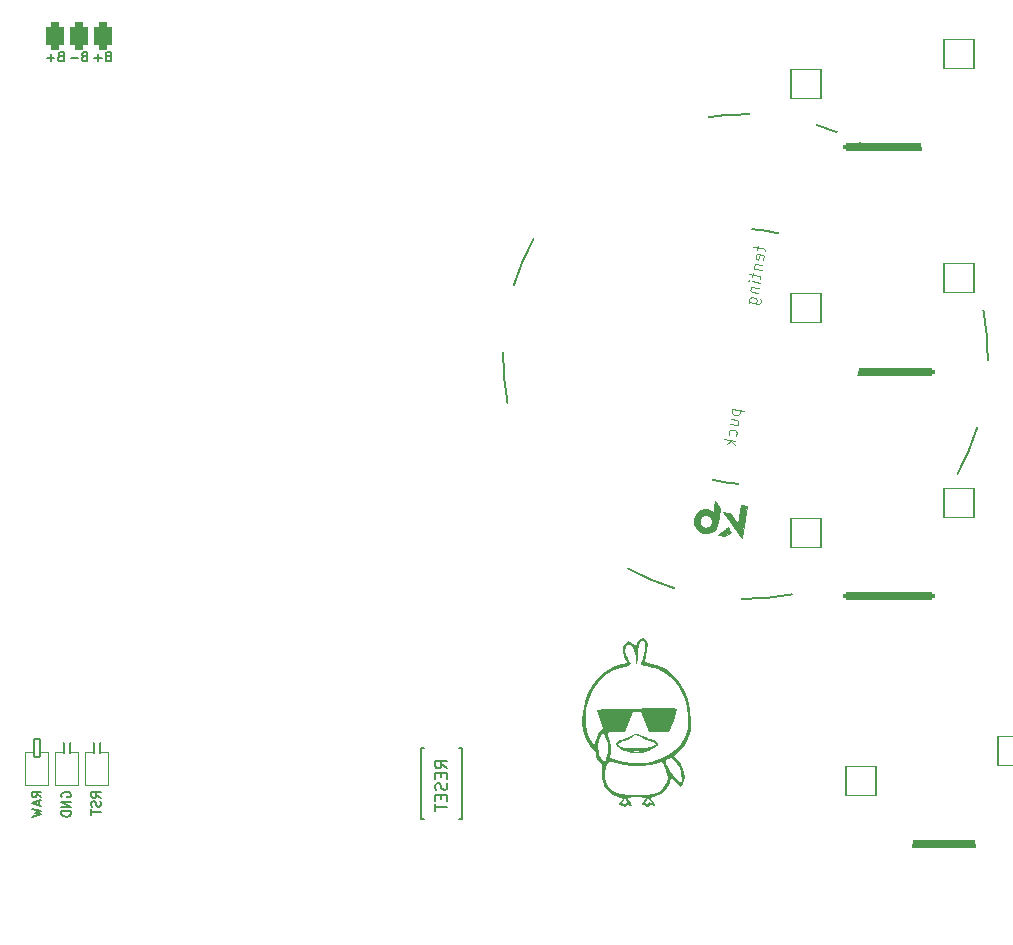
<source format=gbr>
%TF.GenerationSoftware,KiCad,Pcbnew,7.0.2*%
%TF.CreationDate,2023-09-29T14:26:07+02:00*%
%TF.ProjectId,wizza,77697a7a-612e-46b6-9963-61645f706362,v1.0.0*%
%TF.SameCoordinates,Original*%
%TF.FileFunction,Legend,Bot*%
%TF.FilePolarity,Positive*%
%FSLAX46Y46*%
G04 Gerber Fmt 4.6, Leading zero omitted, Abs format (unit mm)*
G04 Created by KiCad (PCBNEW 7.0.2) date 2023-09-29 14:26:07*
%MOMM*%
%LPD*%
G01*
G04 APERTURE LIST*
G04 Aperture macros list*
%AMRoundRect*
0 Rectangle with rounded corners*
0 $1 Rounding radius*
0 $2 $3 $4 $5 $6 $7 $8 $9 X,Y pos of 4 corners*
0 Add a 4 corners polygon primitive as box body*
4,1,4,$2,$3,$4,$5,$6,$7,$8,$9,$2,$3,0*
0 Add four circle primitives for the rounded corners*
1,1,$1+$1,$2,$3*
1,1,$1+$1,$4,$5*
1,1,$1+$1,$6,$7*
1,1,$1+$1,$8,$9*
0 Add four rect primitives between the rounded corners*
20,1,$1+$1,$2,$3,$4,$5,0*
20,1,$1+$1,$4,$5,$6,$7,0*
20,1,$1+$1,$6,$7,$8,$9,0*
20,1,$1+$1,$8,$9,$2,$3,0*%
%AMFreePoly0*
4,1,16,0.685355,0.785355,0.700000,0.750000,0.691603,0.722265,0.210093,0.000000,0.691603,-0.722265,0.699029,-0.759806,0.677735,-0.791603,0.650000,-0.800000,-0.500000,-0.800000,-0.535355,-0.785355,-0.550000,-0.750000,-0.550000,0.750000,-0.535355,0.785355,-0.500000,0.800000,0.650000,0.800000,0.685355,0.785355,0.685355,0.785355,$1*%
%AMFreePoly1*
4,1,16,0.535355,0.785355,0.550000,0.750000,0.550000,-0.750000,0.535355,-0.785355,0.500000,-0.800000,-0.500000,-0.800000,-0.535355,-0.785355,-0.541603,-0.777735,-1.041603,-0.027735,-1.049029,0.009806,-1.041603,0.027735,-0.541603,0.777735,-0.509806,0.799029,-0.500000,0.800000,0.500000,0.800000,0.535355,0.785355,0.535355,0.785355,$1*%
G04 Aperture macros list end*
%ADD10C,0.150000*%
%ADD11C,0.100000*%
%ADD12C,0.120000*%
%ADD13C,0.200000*%
%ADD14C,0.010000*%
%ADD15C,1.752600*%
%ADD16RoundRect,0.375000X-0.375000X-0.750000X0.375000X-0.750000X0.375000X0.750000X-0.375000X0.750000X0*%
%ADD17O,2.300000X3.600000*%
%ADD18RoundRect,0.050000X0.750000X1.250000X-0.750000X1.250000X-0.750000X-1.250000X0.750000X-1.250000X0*%
%ADD19O,1.600000X2.600000*%
%ADD20C,1.701800*%
%ADD21C,3.987800*%
%ADD22C,3.000000*%
%ADD23C,2.386000*%
%ADD24RoundRect,0.050000X-1.161204X-1.356367X1.379093X-1.134120X1.161204X1.356367X-1.379093X1.134120X0*%
%ADD25RoundRect,0.197609X3.635590X0.466246X-3.661319X-0.172151X-3.635590X-0.466246X3.661319X0.172151X0*%
%ADD26RoundRect,0.050000X-1.038570X-1.452411X1.472690X-1.009608X1.038570X1.452411X-1.472690X1.009608X0*%
%ADD27RoundRect,0.197609X3.581119X0.781334X-3.632383X-0.490601X-3.581119X-0.781334X3.632383X0.490601X0*%
%ADD28RoundRect,0.050000X-0.250000X-0.762000X0.250000X-0.762000X0.250000X0.762000X-0.250000X0.762000X0*%
%ADD29C,1.852600*%
%ADD30FreePoly0,270.000000*%
%ADD31FreePoly1,270.000000*%
%ADD32C,4.500000*%
%ADD33RoundRect,0.050000X-0.853824X-1.568155X1.584753X-0.822607X0.853824X1.568155X-1.584753X0.822607X0*%
%ADD34RoundRect,0.197609X3.459205X1.211939X-3.545519X-0.929620X-3.459205X-1.211939X3.545519X0.929620X0*%
%ADD35C,5.100000*%
%ADD36RoundRect,0.050000X-1.275000X-1.250000X1.275000X-1.250000X1.275000X1.250000X-1.275000X1.250000X0*%
%ADD37RoundRect,0.197609X3.662391X0.147609X-3.662391X0.147609X-3.662391X-0.147609X3.662391X-0.147609X0*%
%ADD38RoundRect,0.425000X-0.375000X-0.750000X0.375000X-0.750000X0.375000X0.750000X-0.375000X0.750000X0*%
%ADD39C,2.100000*%
G04 APERTURE END LIST*
D10*
%TO.C,MCU1*%
X204324036Y-135886679D02*
X203943083Y-135620012D01*
X204324036Y-135429536D02*
X203524036Y-135429536D01*
X203524036Y-135429536D02*
X203524036Y-135734298D01*
X203524036Y-135734298D02*
X203562131Y-135810488D01*
X203562131Y-135810488D02*
X203600226Y-135848583D01*
X203600226Y-135848583D02*
X203676417Y-135886679D01*
X203676417Y-135886679D02*
X203790702Y-135886679D01*
X203790702Y-135886679D02*
X203866893Y-135848583D01*
X203866893Y-135848583D02*
X203904988Y-135810488D01*
X203904988Y-135810488D02*
X203943083Y-135734298D01*
X203943083Y-135734298D02*
X203943083Y-135429536D01*
X204285941Y-136191440D02*
X204324036Y-136305726D01*
X204324036Y-136305726D02*
X204324036Y-136496202D01*
X204324036Y-136496202D02*
X204285941Y-136572393D01*
X204285941Y-136572393D02*
X204247845Y-136610488D01*
X204247845Y-136610488D02*
X204171655Y-136648583D01*
X204171655Y-136648583D02*
X204095464Y-136648583D01*
X204095464Y-136648583D02*
X204019274Y-136610488D01*
X204019274Y-136610488D02*
X203981179Y-136572393D01*
X203981179Y-136572393D02*
X203943083Y-136496202D01*
X203943083Y-136496202D02*
X203904988Y-136343821D01*
X203904988Y-136343821D02*
X203866893Y-136267631D01*
X203866893Y-136267631D02*
X203828798Y-136229536D01*
X203828798Y-136229536D02*
X203752607Y-136191440D01*
X203752607Y-136191440D02*
X203676417Y-136191440D01*
X203676417Y-136191440D02*
X203600226Y-136229536D01*
X203600226Y-136229536D02*
X203562131Y-136267631D01*
X203562131Y-136267631D02*
X203524036Y-136343821D01*
X203524036Y-136343821D02*
X203524036Y-136534298D01*
X203524036Y-136534298D02*
X203562131Y-136648583D01*
X203524036Y-136877155D02*
X203524036Y-137334298D01*
X204324036Y-137105726D02*
X203524036Y-137105726D01*
X199286468Y-135849415D02*
X198905515Y-135582748D01*
X199286468Y-135392272D02*
X198486468Y-135392272D01*
X198486468Y-135392272D02*
X198486468Y-135697034D01*
X198486468Y-135697034D02*
X198524563Y-135773224D01*
X198524563Y-135773224D02*
X198562658Y-135811319D01*
X198562658Y-135811319D02*
X198638849Y-135849415D01*
X198638849Y-135849415D02*
X198753134Y-135849415D01*
X198753134Y-135849415D02*
X198829325Y-135811319D01*
X198829325Y-135811319D02*
X198867420Y-135773224D01*
X198867420Y-135773224D02*
X198905515Y-135697034D01*
X198905515Y-135697034D02*
X198905515Y-135392272D01*
X199057896Y-136154176D02*
X199057896Y-136535129D01*
X199286468Y-136077986D02*
X198486468Y-136344653D01*
X198486468Y-136344653D02*
X199286468Y-136611319D01*
X198486468Y-136801795D02*
X199286468Y-136992271D01*
X199286468Y-136992271D02*
X198715039Y-137144652D01*
X198715039Y-137144652D02*
X199286468Y-137297033D01*
X199286468Y-137297033D02*
X198486468Y-137487510D01*
X201022131Y-135829535D02*
X200984036Y-135753345D01*
X200984036Y-135753345D02*
X200984036Y-135639059D01*
X200984036Y-135639059D02*
X201022131Y-135524773D01*
X201022131Y-135524773D02*
X201098321Y-135448583D01*
X201098321Y-135448583D02*
X201174512Y-135410488D01*
X201174512Y-135410488D02*
X201326893Y-135372392D01*
X201326893Y-135372392D02*
X201441179Y-135372392D01*
X201441179Y-135372392D02*
X201593560Y-135410488D01*
X201593560Y-135410488D02*
X201669750Y-135448583D01*
X201669750Y-135448583D02*
X201745941Y-135524773D01*
X201745941Y-135524773D02*
X201784036Y-135639059D01*
X201784036Y-135639059D02*
X201784036Y-135715250D01*
X201784036Y-135715250D02*
X201745941Y-135829535D01*
X201745941Y-135829535D02*
X201707845Y-135867631D01*
X201707845Y-135867631D02*
X201441179Y-135867631D01*
X201441179Y-135867631D02*
X201441179Y-135715250D01*
X201784036Y-136210488D02*
X200984036Y-136210488D01*
X200984036Y-136210488D02*
X201784036Y-136667631D01*
X201784036Y-136667631D02*
X200984036Y-136667631D01*
X201784036Y-137048583D02*
X200984036Y-137048583D01*
X200984036Y-137048583D02*
X200984036Y-137239059D01*
X200984036Y-137239059D02*
X201022131Y-137353345D01*
X201022131Y-137353345D02*
X201098321Y-137429535D01*
X201098321Y-137429535D02*
X201174512Y-137467630D01*
X201174512Y-137467630D02*
X201326893Y-137505726D01*
X201326893Y-137505726D02*
X201441179Y-137505726D01*
X201441179Y-137505726D02*
X201593560Y-137467630D01*
X201593560Y-137467630D02*
X201669750Y-137429535D01*
X201669750Y-137429535D02*
X201745941Y-137353345D01*
X201745941Y-137353345D02*
X201784036Y-137239059D01*
X201784036Y-137239059D02*
X201784036Y-137048583D01*
D11*
%TO.C,*%
X257795194Y-102947513D02*
X258782882Y-103103948D01*
X257842226Y-102954962D02*
X257780295Y-103041579D01*
X257780295Y-103041579D02*
X257750498Y-103229710D01*
X257750498Y-103229710D02*
X257782632Y-103331225D01*
X257782632Y-103331225D02*
X257822216Y-103385707D01*
X257822216Y-103385707D02*
X257908832Y-103447638D01*
X257908832Y-103447638D02*
X258191029Y-103492334D01*
X258191029Y-103492334D02*
X258292544Y-103460199D01*
X258292544Y-103460199D02*
X258347026Y-103420616D01*
X258347026Y-103420616D02*
X258408957Y-103333999D01*
X258408957Y-103333999D02*
X258438754Y-103145868D01*
X258438754Y-103145868D02*
X258406620Y-103044354D01*
X257586614Y-104264431D02*
X258245073Y-104368721D01*
X257653658Y-103841136D02*
X258171018Y-103923078D01*
X258171018Y-103923078D02*
X258257635Y-103985009D01*
X258257635Y-103985009D02*
X258289769Y-104086524D01*
X258289769Y-104086524D02*
X258267421Y-104227622D01*
X258267421Y-104227622D02*
X258205490Y-104314239D01*
X258205490Y-104314239D02*
X258151008Y-104353822D01*
X258056505Y-105254894D02*
X258118436Y-105168278D01*
X258118436Y-105168278D02*
X258148233Y-104980147D01*
X258148233Y-104980147D02*
X258116099Y-104878632D01*
X258116099Y-104878632D02*
X258076515Y-104824150D01*
X258076515Y-104824150D02*
X257989899Y-104762219D01*
X257989899Y-104762219D02*
X257707702Y-104717523D01*
X257707702Y-104717523D02*
X257606187Y-104749657D01*
X257606187Y-104749657D02*
X257551705Y-104789241D01*
X257551705Y-104789241D02*
X257489774Y-104875857D01*
X257489774Y-104875857D02*
X257459977Y-105063988D01*
X257459977Y-105063988D02*
X257492111Y-105165503D01*
X258036494Y-105685639D02*
X257048806Y-105529204D01*
X257645333Y-105720110D02*
X257976900Y-106061901D01*
X257318441Y-105957611D02*
X257754297Y-105640943D01*
X259915362Y-89155377D02*
X259855768Y-89531639D01*
X259563785Y-89244330D02*
X260410375Y-89378417D01*
X260410375Y-89378417D02*
X260496991Y-89440348D01*
X260496991Y-89440348D02*
X260529126Y-89541863D01*
X260529126Y-89541863D02*
X260514227Y-89635929D01*
X260355455Y-90333971D02*
X260417387Y-90247355D01*
X260417387Y-90247355D02*
X260447184Y-90059224D01*
X260447184Y-90059224D02*
X260415049Y-89957709D01*
X260415049Y-89957709D02*
X260328433Y-89895778D01*
X260328433Y-89895778D02*
X259952171Y-89836184D01*
X259952171Y-89836184D02*
X259850656Y-89868318D01*
X259850656Y-89868318D02*
X259788725Y-89954934D01*
X259788725Y-89954934D02*
X259758928Y-90143065D01*
X259758928Y-90143065D02*
X259791062Y-90244580D01*
X259791062Y-90244580D02*
X259877678Y-90306512D01*
X259877678Y-90306512D02*
X259971744Y-90321410D01*
X259971744Y-90321410D02*
X260140302Y-89865981D01*
X259669537Y-90707459D02*
X260327995Y-90811749D01*
X259763602Y-90722357D02*
X259709120Y-90761941D01*
X259709120Y-90761941D02*
X259647189Y-90848557D01*
X259647189Y-90848557D02*
X259624841Y-90989656D01*
X259624841Y-90989656D02*
X259656975Y-91091170D01*
X259656975Y-91091170D02*
X259743592Y-91153102D01*
X259743592Y-91153102D02*
X260260952Y-91235044D01*
X259550348Y-91459983D02*
X259490754Y-91836246D01*
X259198771Y-91548937D02*
X260045361Y-91683024D01*
X260045361Y-91683024D02*
X260131977Y-91744955D01*
X260131977Y-91744955D02*
X260164112Y-91846470D01*
X260164112Y-91846470D02*
X260149213Y-91940535D01*
X260097068Y-92269765D02*
X259438609Y-92165476D01*
X259109380Y-92113331D02*
X259163862Y-92073747D01*
X259163862Y-92073747D02*
X259203445Y-92128229D01*
X259203445Y-92128229D02*
X259148963Y-92167813D01*
X259148963Y-92167813D02*
X259109380Y-92113331D01*
X259109380Y-92113331D02*
X259203445Y-92128229D01*
X259364117Y-92635803D02*
X260022576Y-92740092D01*
X259458182Y-92650701D02*
X259403700Y-92690285D01*
X259403700Y-92690285D02*
X259341769Y-92776901D01*
X259341769Y-92776901D02*
X259319421Y-92918000D01*
X259319421Y-92918000D02*
X259351556Y-93019514D01*
X259351556Y-93019514D02*
X259438172Y-93081446D01*
X259438172Y-93081446D02*
X259955532Y-93163388D01*
X259155538Y-93952721D02*
X259955095Y-94079358D01*
X259955095Y-94079358D02*
X260056610Y-94047224D01*
X260056610Y-94047224D02*
X260111092Y-94007640D01*
X260111092Y-94007640D02*
X260173023Y-93921024D01*
X260173023Y-93921024D02*
X260195371Y-93779926D01*
X260195371Y-93779926D02*
X260163236Y-93678411D01*
X259766964Y-94049561D02*
X259828895Y-93962945D01*
X259828895Y-93962945D02*
X259858692Y-93774814D01*
X259858692Y-93774814D02*
X259826558Y-93673299D01*
X259826558Y-93673299D02*
X259786974Y-93618817D01*
X259786974Y-93618817D02*
X259700358Y-93556886D01*
X259700358Y-93556886D02*
X259418161Y-93512190D01*
X259418161Y-93512190D02*
X259316646Y-93544324D01*
X259316646Y-93544324D02*
X259262164Y-93583908D01*
X259262164Y-93583908D02*
X259200233Y-93670524D01*
X259200233Y-93670524D02*
X259170436Y-93858655D01*
X259170436Y-93858655D02*
X259202570Y-93960170D01*
D10*
%TO.C,PAD1*%
X204908095Y-73125047D02*
X204793809Y-73163142D01*
X204793809Y-73163142D02*
X204755714Y-73201238D01*
X204755714Y-73201238D02*
X204717618Y-73277428D01*
X204717618Y-73277428D02*
X204717618Y-73391714D01*
X204717618Y-73391714D02*
X204755714Y-73467904D01*
X204755714Y-73467904D02*
X204793809Y-73506000D01*
X204793809Y-73506000D02*
X204869999Y-73544095D01*
X204869999Y-73544095D02*
X205174761Y-73544095D01*
X205174761Y-73544095D02*
X205174761Y-72744095D01*
X205174761Y-72744095D02*
X204908095Y-72744095D01*
X204908095Y-72744095D02*
X204831904Y-72782190D01*
X204831904Y-72782190D02*
X204793809Y-72820285D01*
X204793809Y-72820285D02*
X204755714Y-72896476D01*
X204755714Y-72896476D02*
X204755714Y-72972666D01*
X204755714Y-72972666D02*
X204793809Y-73048857D01*
X204793809Y-73048857D02*
X204831904Y-73086952D01*
X204831904Y-73086952D02*
X204908095Y-73125047D01*
X204908095Y-73125047D02*
X205174761Y-73125047D01*
X204374761Y-73239333D02*
X203765238Y-73239333D01*
X204069999Y-73544095D02*
X204069999Y-72934571D01*
X200908095Y-73125047D02*
X200793809Y-73163142D01*
X200793809Y-73163142D02*
X200755714Y-73201238D01*
X200755714Y-73201238D02*
X200717618Y-73277428D01*
X200717618Y-73277428D02*
X200717618Y-73391714D01*
X200717618Y-73391714D02*
X200755714Y-73467904D01*
X200755714Y-73467904D02*
X200793809Y-73506000D01*
X200793809Y-73506000D02*
X200869999Y-73544095D01*
X200869999Y-73544095D02*
X201174761Y-73544095D01*
X201174761Y-73544095D02*
X201174761Y-72744095D01*
X201174761Y-72744095D02*
X200908095Y-72744095D01*
X200908095Y-72744095D02*
X200831904Y-72782190D01*
X200831904Y-72782190D02*
X200793809Y-72820285D01*
X200793809Y-72820285D02*
X200755714Y-72896476D01*
X200755714Y-72896476D02*
X200755714Y-72972666D01*
X200755714Y-72972666D02*
X200793809Y-73048857D01*
X200793809Y-73048857D02*
X200831904Y-73086952D01*
X200831904Y-73086952D02*
X200908095Y-73125047D01*
X200908095Y-73125047D02*
X201174761Y-73125047D01*
X200374761Y-73239333D02*
X199765238Y-73239333D01*
X200069999Y-73544095D02*
X200069999Y-72934571D01*
X202908095Y-73125047D02*
X202793809Y-73163142D01*
X202793809Y-73163142D02*
X202755714Y-73201238D01*
X202755714Y-73201238D02*
X202717618Y-73277428D01*
X202717618Y-73277428D02*
X202717618Y-73391714D01*
X202717618Y-73391714D02*
X202755714Y-73467904D01*
X202755714Y-73467904D02*
X202793809Y-73506000D01*
X202793809Y-73506000D02*
X202869999Y-73544095D01*
X202869999Y-73544095D02*
X203174761Y-73544095D01*
X203174761Y-73544095D02*
X203174761Y-72744095D01*
X203174761Y-72744095D02*
X202908095Y-72744095D01*
X202908095Y-72744095D02*
X202831904Y-72782190D01*
X202831904Y-72782190D02*
X202793809Y-72820285D01*
X202793809Y-72820285D02*
X202755714Y-72896476D01*
X202755714Y-72896476D02*
X202755714Y-72972666D01*
X202755714Y-72972666D02*
X202793809Y-73048857D01*
X202793809Y-73048857D02*
X202831904Y-73086952D01*
X202831904Y-73086952D02*
X202908095Y-73125047D01*
X202908095Y-73125047D02*
X203174761Y-73125047D01*
X202374761Y-73239333D02*
X201765238Y-73239333D01*
%TO.C,B1*%
X233634619Y-133378618D02*
X233158428Y-133045285D01*
X233634619Y-132807190D02*
X232634619Y-132807190D01*
X232634619Y-132807190D02*
X232634619Y-133188142D01*
X232634619Y-133188142D02*
X232682238Y-133283380D01*
X232682238Y-133283380D02*
X232729857Y-133330999D01*
X232729857Y-133330999D02*
X232825095Y-133378618D01*
X232825095Y-133378618D02*
X232967952Y-133378618D01*
X232967952Y-133378618D02*
X233063190Y-133330999D01*
X233063190Y-133330999D02*
X233110809Y-133283380D01*
X233110809Y-133283380D02*
X233158428Y-133188142D01*
X233158428Y-133188142D02*
X233158428Y-132807190D01*
X233110809Y-133807190D02*
X233110809Y-134140523D01*
X233634619Y-134283380D02*
X233634619Y-133807190D01*
X233634619Y-133807190D02*
X232634619Y-133807190D01*
X232634619Y-133807190D02*
X232634619Y-134283380D01*
X233587000Y-134664333D02*
X233634619Y-134807190D01*
X233634619Y-134807190D02*
X233634619Y-135045285D01*
X233634619Y-135045285D02*
X233587000Y-135140523D01*
X233587000Y-135140523D02*
X233539380Y-135188142D01*
X233539380Y-135188142D02*
X233444142Y-135235761D01*
X233444142Y-135235761D02*
X233348904Y-135235761D01*
X233348904Y-135235761D02*
X233253666Y-135188142D01*
X233253666Y-135188142D02*
X233206047Y-135140523D01*
X233206047Y-135140523D02*
X233158428Y-135045285D01*
X233158428Y-135045285D02*
X233110809Y-134854809D01*
X233110809Y-134854809D02*
X233063190Y-134759571D01*
X233063190Y-134759571D02*
X233015571Y-134711952D01*
X233015571Y-134711952D02*
X232920333Y-134664333D01*
X232920333Y-134664333D02*
X232825095Y-134664333D01*
X232825095Y-134664333D02*
X232729857Y-134711952D01*
X232729857Y-134711952D02*
X232682238Y-134759571D01*
X232682238Y-134759571D02*
X232634619Y-134854809D01*
X232634619Y-134854809D02*
X232634619Y-135092904D01*
X232634619Y-135092904D02*
X232682238Y-135235761D01*
X233110809Y-135664333D02*
X233110809Y-135997666D01*
X233634619Y-136140523D02*
X233634619Y-135664333D01*
X233634619Y-135664333D02*
X232634619Y-135664333D01*
X232634619Y-135664333D02*
X232634619Y-136140523D01*
X232634619Y-136426238D02*
X232634619Y-136997666D01*
X233634619Y-136711952D02*
X232634619Y-136711952D01*
D12*
%TO.C,MCU1*%
X200422000Y-131992523D02*
X200422000Y-134792523D01*
X204962000Y-131992523D02*
X204302000Y-131992523D01*
X202962000Y-134792523D02*
X204962000Y-134792523D01*
X199882000Y-134792523D02*
X199882000Y-131992523D01*
X199882000Y-131992523D02*
X199202000Y-131992523D01*
X203627000Y-131992523D02*
X202962000Y-131992523D01*
X197882000Y-131992523D02*
X197882000Y-134792523D01*
X200422000Y-134792523D02*
X202422000Y-134792523D01*
X204962000Y-134792523D02*
X204962000Y-131992523D01*
X201102000Y-131992523D02*
X200422000Y-131992523D01*
X202962000Y-131992523D02*
X202962000Y-134792523D01*
X197882000Y-134792523D02*
X199882000Y-134792523D01*
X202422000Y-131992523D02*
X201752000Y-131992523D01*
X202422000Y-134792523D02*
X202422000Y-131992523D01*
X198552000Y-131992523D02*
X197882000Y-131992523D01*
D13*
%TO.C,*%
X257205213Y-109194633D02*
G75*
G03*
X258328957Y-109312743I1688695J10661997D01*
G01*
X258537495Y-119049375D02*
G75*
G03*
X262798672Y-118677527I356428J20516838D01*
G01*
X238377086Y-98176108D02*
G75*
G03*
X238748934Y-102437286I20516837J-356429D01*
G01*
X276846312Y-108471320D02*
G75*
G03*
X278516738Y-104533605I-17952389J9938783D01*
G01*
X248955143Y-116484928D02*
G75*
G03*
X252892856Y-118155352I9938780J17952391D01*
G01*
X261687875Y-88105369D02*
G75*
G03*
X260582633Y-87870442I-2793936J-10427069D01*
G01*
X240941532Y-88593758D02*
G75*
G03*
X239271108Y-92531469I17952505J-9938828D01*
G01*
X260582633Y-87870441D02*
G75*
G03*
X259458890Y-87752331I-1688694J-10661997D01*
G01*
X256099972Y-108959706D02*
G75*
G03*
X257205213Y-109194633I2793951J10427169D01*
G01*
X268832707Y-80580149D02*
G75*
G03*
X264894991Y-78909723I-9938784J-17952388D01*
G01*
X279410761Y-98888966D02*
G75*
G03*
X279038913Y-94627786I-20516838J356429D01*
G01*
X259250352Y-78015700D02*
G75*
G03*
X254989174Y-78387548I-356429J-20516837D01*
G01*
D14*
X257400509Y-112993625D02*
X257411015Y-113005462D01*
X257432488Y-113032777D01*
X257462760Y-113072718D01*
X257499662Y-113122427D01*
X257541027Y-113179050D01*
X257674839Y-113363599D01*
X257635459Y-113395648D01*
X257631775Y-113398601D01*
X257606545Y-113418103D01*
X257567030Y-113448036D01*
X257516686Y-113485805D01*
X257458964Y-113528818D01*
X257397319Y-113574480D01*
X257198560Y-113721263D01*
X256586180Y-113624272D01*
X256619394Y-113595478D01*
X256622080Y-113593179D01*
X256646127Y-113573469D01*
X256684088Y-113543195D01*
X256733671Y-113504125D01*
X256792579Y-113458030D01*
X256858520Y-113406678D01*
X256929199Y-113351841D01*
X257002321Y-113295285D01*
X257075595Y-113238782D01*
X257146724Y-113184101D01*
X257213416Y-113133011D01*
X257273375Y-113087282D01*
X257324309Y-113048682D01*
X257363922Y-113018982D01*
X257389922Y-112999952D01*
X257400013Y-112993361D01*
X257400509Y-112993625D01*
G36*
X257400509Y-112993625D02*
G01*
X257411015Y-113005462D01*
X257432488Y-113032777D01*
X257462760Y-113072718D01*
X257499662Y-113122427D01*
X257541027Y-113179050D01*
X257674839Y-113363599D01*
X257635459Y-113395648D01*
X257631775Y-113398601D01*
X257606545Y-113418103D01*
X257567030Y-113448036D01*
X257516686Y-113485805D01*
X257458964Y-113528818D01*
X257397319Y-113574480D01*
X257198560Y-113721263D01*
X256586180Y-113624272D01*
X256619394Y-113595478D01*
X256622080Y-113593179D01*
X256646127Y-113573469D01*
X256684088Y-113543195D01*
X256733671Y-113504125D01*
X256792579Y-113458030D01*
X256858520Y-113406678D01*
X256929199Y-113351841D01*
X257002321Y-113295285D01*
X257075595Y-113238782D01*
X257146724Y-113184101D01*
X257213416Y-113133011D01*
X257273375Y-113087282D01*
X257324309Y-113048682D01*
X257363922Y-113018982D01*
X257389922Y-112999952D01*
X257400013Y-112993361D01*
X257400509Y-112993625D01*
G37*
X256748934Y-111355139D02*
X256640640Y-112038324D01*
X256638801Y-112049915D01*
X256615004Y-112198495D01*
X256592874Y-112333973D01*
X256572656Y-112454956D01*
X256554589Y-112560053D01*
X256538920Y-112647872D01*
X256535214Y-112667537D01*
X256525889Y-112717021D01*
X256515740Y-112766110D01*
X256508717Y-112793747D01*
X256492691Y-112838238D01*
X256435708Y-112957957D01*
X256361532Y-113073641D01*
X256274210Y-113179466D01*
X256177790Y-113269612D01*
X256168065Y-113277352D01*
X256045392Y-113359499D01*
X255911340Y-113423311D01*
X255769485Y-113467645D01*
X255623408Y-113491361D01*
X255476689Y-113493314D01*
X255376975Y-113482060D01*
X255232165Y-113447583D01*
X255095557Y-113393291D01*
X254969137Y-113320597D01*
X254854886Y-113230906D01*
X254754789Y-113125629D01*
X254670829Y-113006175D01*
X254604991Y-112873955D01*
X254565166Y-112759396D01*
X254534457Y-112613560D01*
X254528469Y-112507715D01*
X255018959Y-112507715D01*
X255019609Y-112550637D01*
X255026059Y-112590748D01*
X255039070Y-112637606D01*
X255054298Y-112678823D01*
X255086075Y-112743382D01*
X255124865Y-112805673D01*
X255166354Y-112859015D01*
X255206232Y-112896721D01*
X255220984Y-112906930D01*
X255258670Y-112930476D01*
X255298621Y-112953090D01*
X255367534Y-112983533D01*
X255468625Y-113008172D01*
X255570918Y-113011420D01*
X255671695Y-112993836D01*
X255768238Y-112955980D01*
X255857828Y-112898409D01*
X255937748Y-112821684D01*
X255974519Y-112772688D01*
X256019285Y-112684587D01*
X256044986Y-112589893D01*
X256052105Y-112491851D01*
X256041120Y-112393712D01*
X256012515Y-112298720D01*
X255966768Y-112210127D01*
X255904360Y-112131178D01*
X255825774Y-112065122D01*
X255812926Y-112056723D01*
X255720582Y-112011091D01*
X255622071Y-111985179D01*
X255520951Y-111978599D01*
X255420785Y-111990960D01*
X255325136Y-112021874D01*
X255237563Y-112070949D01*
X255161629Y-112137797D01*
X255139615Y-112163195D01*
X255081886Y-112248639D01*
X255043998Y-112341750D01*
X255023894Y-112447148D01*
X255023345Y-112452417D01*
X255018959Y-112507715D01*
X254528469Y-112507715D01*
X254526102Y-112465871D01*
X254539790Y-112313660D01*
X254557335Y-112225651D01*
X254603245Y-112080770D01*
X254667680Y-111947237D01*
X254749376Y-111826546D01*
X254847074Y-111720195D01*
X254959512Y-111629681D01*
X255085430Y-111556498D01*
X255223567Y-111502145D01*
X255297663Y-111480835D01*
X255376447Y-111463732D01*
X255450266Y-111455689D01*
X255527675Y-111455863D01*
X255617231Y-111463414D01*
X255634928Y-111465541D01*
X255771408Y-111493675D01*
X255895857Y-111541407D01*
X256008886Y-111609025D01*
X256111108Y-111696819D01*
X256132254Y-111717585D01*
X256154237Y-111737613D01*
X256165528Y-111745794D01*
X256167055Y-111741956D01*
X256172210Y-111718669D01*
X256180267Y-111676284D01*
X256190819Y-111617132D01*
X256203463Y-111543541D01*
X256217796Y-111457843D01*
X256233413Y-111362365D01*
X256249909Y-111259439D01*
X256327266Y-110771970D01*
X256748934Y-111355139D01*
G36*
X256748934Y-111355139D02*
G01*
X256640640Y-112038324D01*
X256638801Y-112049915D01*
X256615004Y-112198495D01*
X256592874Y-112333973D01*
X256572656Y-112454956D01*
X256554589Y-112560053D01*
X256538920Y-112647872D01*
X256535214Y-112667537D01*
X256525889Y-112717021D01*
X256515740Y-112766110D01*
X256508717Y-112793747D01*
X256492691Y-112838238D01*
X256435708Y-112957957D01*
X256361532Y-113073641D01*
X256274210Y-113179466D01*
X256177790Y-113269612D01*
X256168065Y-113277352D01*
X256045392Y-113359499D01*
X255911340Y-113423311D01*
X255769485Y-113467645D01*
X255623408Y-113491361D01*
X255476689Y-113493314D01*
X255376975Y-113482060D01*
X255232165Y-113447583D01*
X255095557Y-113393291D01*
X254969137Y-113320597D01*
X254854886Y-113230906D01*
X254754789Y-113125629D01*
X254670829Y-113006175D01*
X254604991Y-112873955D01*
X254565166Y-112759396D01*
X254534457Y-112613560D01*
X254528469Y-112507715D01*
X255018959Y-112507715D01*
X255019609Y-112550637D01*
X255026059Y-112590748D01*
X255039070Y-112637606D01*
X255054298Y-112678823D01*
X255086075Y-112743382D01*
X255124865Y-112805673D01*
X255166354Y-112859015D01*
X255206232Y-112896721D01*
X255220984Y-112906930D01*
X255258670Y-112930476D01*
X255298621Y-112953090D01*
X255367534Y-112983533D01*
X255468625Y-113008172D01*
X255570918Y-113011420D01*
X255671695Y-112993836D01*
X255768238Y-112955980D01*
X255857828Y-112898409D01*
X255937748Y-112821684D01*
X255974519Y-112772688D01*
X256019285Y-112684587D01*
X256044986Y-112589893D01*
X256052105Y-112491851D01*
X256041120Y-112393712D01*
X256012515Y-112298720D01*
X255966768Y-112210127D01*
X255904360Y-112131178D01*
X255825774Y-112065122D01*
X255812926Y-112056723D01*
X255720582Y-112011091D01*
X255622071Y-111985179D01*
X255520951Y-111978599D01*
X255420785Y-111990960D01*
X255325136Y-112021874D01*
X255237563Y-112070949D01*
X255161629Y-112137797D01*
X255139615Y-112163195D01*
X255081886Y-112248639D01*
X255043998Y-112341750D01*
X255023894Y-112447148D01*
X255023345Y-112452417D01*
X255018959Y-112507715D01*
X254528469Y-112507715D01*
X254526102Y-112465871D01*
X254539790Y-112313660D01*
X254557335Y-112225651D01*
X254603245Y-112080770D01*
X254667680Y-111947237D01*
X254749376Y-111826546D01*
X254847074Y-111720195D01*
X254959512Y-111629681D01*
X255085430Y-111556498D01*
X255223567Y-111502145D01*
X255297663Y-111480835D01*
X255376447Y-111463732D01*
X255450266Y-111455689D01*
X255527675Y-111455863D01*
X255617231Y-111463414D01*
X255634928Y-111465541D01*
X255771408Y-111493675D01*
X255895857Y-111541407D01*
X256008886Y-111609025D01*
X256111108Y-111696819D01*
X256132254Y-111717585D01*
X256154237Y-111737613D01*
X256165528Y-111745794D01*
X256167055Y-111741956D01*
X256172210Y-111718669D01*
X256180267Y-111676284D01*
X256190819Y-111617132D01*
X256203463Y-111543541D01*
X256217796Y-111457843D01*
X256233413Y-111362365D01*
X256249909Y-111259439D01*
X256327266Y-110771970D01*
X256748934Y-111355139D01*
G37*
X258996252Y-111188851D02*
X258567329Y-113896964D01*
X258492038Y-113791613D01*
X258480616Y-113775634D01*
X258454209Y-113738695D01*
X258416126Y-113685427D01*
X258367376Y-113617244D01*
X258308968Y-113535556D01*
X258241914Y-113441775D01*
X258167222Y-113337311D01*
X258085900Y-113223579D01*
X257998959Y-113101988D01*
X257907407Y-112973950D01*
X257812254Y-112840877D01*
X257714509Y-112704181D01*
X257012271Y-111722098D01*
X257297573Y-111764154D01*
X257582875Y-111806209D01*
X258250365Y-112724635D01*
X258505910Y-111111189D01*
X258996252Y-111188851D01*
G36*
X258996252Y-111188851D02*
G01*
X258567329Y-113896964D01*
X258492038Y-113791613D01*
X258480616Y-113775634D01*
X258454209Y-113738695D01*
X258416126Y-113685427D01*
X258367376Y-113617244D01*
X258308968Y-113535556D01*
X258241914Y-113441775D01*
X258167222Y-113337311D01*
X258085900Y-113223579D01*
X257998959Y-113101988D01*
X257907407Y-112973950D01*
X257812254Y-112840877D01*
X257714509Y-112704181D01*
X257012271Y-111722098D01*
X257297573Y-111764154D01*
X257582875Y-111806209D01*
X258250365Y-112724635D01*
X258505910Y-111111189D01*
X258996252Y-111188851D01*
G37*
D10*
%TO.C,B1*%
X231422000Y-131704000D02*
X231672000Y-131704000D01*
X231422000Y-137704000D02*
X231422000Y-131704000D01*
X234922000Y-137704000D02*
X234672000Y-137704000D01*
X234672000Y-131704000D02*
X234922000Y-131704000D01*
X234922000Y-131704000D02*
X234922000Y-137704000D01*
X231672000Y-137704000D02*
X231422000Y-137704000D01*
%TO.C,G\u002A\u002A\u002A*%
G36*
X254294272Y-129409473D02*
G01*
X254294802Y-129664794D01*
X254288849Y-130019169D01*
X254266891Y-130277534D01*
X254220563Y-130487034D01*
X254141502Y-130694812D01*
X254021347Y-130948010D01*
X253762200Y-131385456D01*
X253285644Y-131930431D01*
X252827149Y-132349469D01*
X253083773Y-132593227D01*
X253324107Y-132877196D01*
X253541721Y-133268794D01*
X253686273Y-133690778D01*
X253748441Y-134103440D01*
X253740170Y-134205251D01*
X253718901Y-134467078D01*
X253588330Y-134741986D01*
X253408916Y-134953652D01*
X253218735Y-134732414D01*
X253026961Y-134541115D01*
X252812879Y-134374085D01*
X252597204Y-134236995D01*
X252495934Y-134615633D01*
X252418547Y-134839986D01*
X252155119Y-135264497D01*
X251783102Y-135582338D01*
X251329749Y-135766611D01*
X251079511Y-135835074D01*
X250906625Y-135928879D01*
X250894657Y-136035608D01*
X251038888Y-136161670D01*
X251141630Y-136260647D01*
X251166915Y-136327244D01*
X251208221Y-136436036D01*
X251195989Y-136559034D01*
X251125949Y-136595240D01*
X250957119Y-136521536D01*
X250833802Y-136483357D01*
X250753675Y-136563869D01*
X250702675Y-136645369D01*
X250581932Y-136680496D01*
X250480430Y-136571675D01*
X250428028Y-136511717D01*
X250271420Y-136496883D01*
X250187949Y-136505240D01*
X250111655Y-136441313D01*
X250136751Y-136327666D01*
X250305663Y-136327666D01*
X250377417Y-136320893D01*
X250464377Y-136314928D01*
X250558943Y-136418845D01*
X250571245Y-136459694D01*
X250608285Y-136492340D01*
X250659255Y-136370034D01*
X250671684Y-136333478D01*
X250739469Y-136233147D01*
X250839609Y-136276266D01*
X250911303Y-136321894D01*
X251005852Y-136327244D01*
X250994462Y-136273973D01*
X250876806Y-136185200D01*
X250767145Y-136096585D01*
X250693537Y-135945507D01*
X250679045Y-135854606D01*
X250641007Y-135927319D01*
X250566003Y-136049700D01*
X250414858Y-136210367D01*
X250367258Y-136252731D01*
X250305663Y-136327666D01*
X250136751Y-136327666D01*
X250141501Y-136306154D01*
X250276888Y-136138986D01*
X250389609Y-136018706D01*
X250446221Y-135914197D01*
X250426946Y-135898222D01*
X250279945Y-135869714D01*
X250019780Y-135850009D01*
X249684221Y-135842652D01*
X249289631Y-135851883D01*
X249032875Y-135885607D01*
X248921951Y-135950857D01*
X248945348Y-136054651D01*
X249091555Y-136204007D01*
X249201137Y-136328405D01*
X249224857Y-136387324D01*
X249260888Y-136476823D01*
X249205080Y-136579556D01*
X249078281Y-136598007D01*
X248961424Y-136514919D01*
X248903880Y-136485510D01*
X248792793Y-136578419D01*
X248781940Y-136592859D01*
X248676759Y-136680704D01*
X248572321Y-136625819D01*
X248504174Y-136576235D01*
X248312621Y-136519986D01*
X248258378Y-136513682D01*
X248169614Y-136432129D01*
X248190819Y-136315704D01*
X248371213Y-136315704D01*
X248430084Y-136317772D01*
X248516268Y-136313781D01*
X248602322Y-136418845D01*
X248614281Y-136470038D01*
X248651566Y-136506481D01*
X248726432Y-136396985D01*
X248761119Y-136340404D01*
X248847868Y-136279012D01*
X248977528Y-136352090D01*
X249039782Y-136397119D01*
X249054187Y-136387324D01*
X248954165Y-136263423D01*
X248814350Y-136079555D01*
X248728015Y-135927319D01*
X248727753Y-135926601D01*
X248688959Y-135849789D01*
X248674906Y-135938159D01*
X248621464Y-136066716D01*
X248477721Y-136218085D01*
X248458388Y-136232703D01*
X248371213Y-136315704D01*
X248190819Y-136315704D01*
X248194164Y-136297337D01*
X248329555Y-136161670D01*
X248419894Y-136095755D01*
X248490055Y-135970587D01*
X248395587Y-135870368D01*
X248139055Y-135799967D01*
X248126716Y-135797942D01*
X247650143Y-135635690D01*
X247249672Y-135335458D01*
X246959977Y-134923034D01*
X246876702Y-134729233D01*
X246812233Y-134487479D01*
X246782296Y-134191061D01*
X246777791Y-133783039D01*
X246777748Y-133745476D01*
X246998554Y-133745476D01*
X247032743Y-134269239D01*
X247192147Y-134740833D01*
X247464722Y-135129645D01*
X247838423Y-135405063D01*
X247876628Y-135423695D01*
X248064985Y-135502169D01*
X248269434Y-135556626D01*
X248528283Y-135592803D01*
X248879843Y-135616435D01*
X249362423Y-135633260D01*
X249933585Y-135641644D01*
X250552082Y-135623643D01*
X251040469Y-135567090D01*
X251419707Y-135465887D01*
X251710758Y-135313936D01*
X251934582Y-135105141D01*
X252112142Y-134833404D01*
X252213417Y-134596844D01*
X252295359Y-134217098D01*
X252284324Y-133867429D01*
X252177464Y-133601602D01*
X252162527Y-133580498D01*
X252054987Y-133370765D01*
X251964936Y-133113691D01*
X251907561Y-132935164D01*
X251835818Y-132846661D01*
X251733835Y-132868717D01*
X251713484Y-132878161D01*
X251535223Y-132937549D01*
X251253568Y-133013836D01*
X250919672Y-133092937D01*
X250854516Y-133106716D01*
X250155472Y-133193660D01*
X249391561Y-133196799D01*
X248635113Y-133119278D01*
X247958459Y-132964239D01*
X247666797Y-132880516D01*
X247407598Y-132847073D01*
X247241337Y-132910851D01*
X247133135Y-133088403D01*
X247048114Y-133396283D01*
X246998554Y-133745476D01*
X246777748Y-133745476D01*
X246777458Y-133489615D01*
X246762152Y-133212090D01*
X246726023Y-133054738D01*
X246665074Y-132989430D01*
X246621733Y-132961927D01*
X246492236Y-132805910D01*
X246358986Y-132574949D01*
X246254898Y-132331129D01*
X246212888Y-132136532D01*
X246206380Y-132095601D01*
X246115391Y-131921893D01*
X245951335Y-131730993D01*
X245795050Y-131560902D01*
X246411922Y-131560902D01*
X246466779Y-132116862D01*
X246501686Y-132237084D01*
X246622513Y-132513270D01*
X246762359Y-132709175D01*
X246960500Y-132895319D01*
X247113509Y-132661799D01*
X247120868Y-132650108D01*
X247213475Y-132390060D01*
X247260933Y-132029308D01*
X247262762Y-131626767D01*
X247218481Y-131241354D01*
X247127611Y-130931986D01*
X247113401Y-130900467D01*
X247009200Y-130657016D01*
X246935797Y-130466319D01*
X246921996Y-130428665D01*
X246875436Y-130373335D01*
X246804396Y-130432605D01*
X246680962Y-130623716D01*
X246504382Y-131017717D01*
X246411922Y-131560902D01*
X245795050Y-131560902D01*
X245720550Y-131479821D01*
X245375575Y-130918624D01*
X245157800Y-130260045D01*
X245069198Y-129515714D01*
X245080522Y-129297866D01*
X245366221Y-129297866D01*
X245380486Y-129731266D01*
X245461144Y-130277708D01*
X245625630Y-130753417D01*
X245888246Y-131210804D01*
X246100765Y-131523554D01*
X246243467Y-131010280D01*
X246301512Y-130829836D01*
X246449131Y-130501933D01*
X246610912Y-130272265D01*
X246835654Y-130047522D01*
X246556635Y-129257946D01*
X246479825Y-129035237D01*
X246383368Y-128735348D01*
X246324011Y-128522886D01*
X246312357Y-128433628D01*
X246322215Y-128431163D01*
X246458819Y-128421428D01*
X246740997Y-128409765D01*
X247150477Y-128396680D01*
X247668990Y-128382676D01*
X248278266Y-128368259D01*
X248960033Y-128353933D01*
X249696023Y-128340201D01*
X250584065Y-128326170D01*
X251368496Y-128317514D01*
X251997508Y-128315339D01*
X252478200Y-128319713D01*
X252817674Y-128330705D01*
X253023031Y-128348381D01*
X253101371Y-128372811D01*
X253095938Y-128479090D01*
X253038084Y-128709932D01*
X252937164Y-129029908D01*
X252803154Y-129404511D01*
X252448513Y-130344915D01*
X251596456Y-130320950D01*
X250744400Y-130296986D01*
X250050652Y-128603652D01*
X249390108Y-128603652D01*
X249043281Y-129450319D01*
X248696455Y-130296986D01*
X247953457Y-130321583D01*
X247910013Y-130322939D01*
X247580323Y-130331274D01*
X247375269Y-130353185D01*
X247276683Y-130419142D01*
X247266398Y-130559614D01*
X247326247Y-130805072D01*
X247438061Y-131185986D01*
X247506547Y-131493842D01*
X247509178Y-131626767D01*
X247518348Y-132089975D01*
X247464920Y-132528299D01*
X248045404Y-132714250D01*
X248170491Y-132750959D01*
X248698040Y-132857006D01*
X249302855Y-132920856D01*
X249925329Y-132940066D01*
X250505857Y-132912191D01*
X250984831Y-132834787D01*
X251035576Y-132817993D01*
X252140382Y-132817993D01*
X252179256Y-132997018D01*
X252307378Y-133285508D01*
X252497834Y-133611685D01*
X252722491Y-133928150D01*
X252953217Y-134187502D01*
X252985508Y-134217098D01*
X253158470Y-134375626D01*
X253332269Y-134518143D01*
X253424702Y-134572652D01*
X253448878Y-134559348D01*
X253485871Y-134430761D01*
X253493439Y-134205251D01*
X253474152Y-133931909D01*
X253430582Y-133659829D01*
X253365297Y-133438106D01*
X253312734Y-133330244D01*
X253139785Y-133055542D01*
X252933910Y-132794757D01*
X252766623Y-132615641D01*
X252643673Y-132523036D01*
X252533862Y-132520062D01*
X252385501Y-132587150D01*
X252372933Y-132593785D01*
X252207942Y-132711329D01*
X252140382Y-132817993D01*
X251035576Y-132817993D01*
X251673960Y-132606719D01*
X252366524Y-132254841D01*
X252967615Y-131814784D01*
X253452339Y-131305064D01*
X253795799Y-130744197D01*
X253874938Y-130563820D01*
X253960959Y-130321881D01*
X254009821Y-130078895D01*
X254031243Y-129778830D01*
X254034947Y-129365652D01*
X254022735Y-128947986D01*
X253933439Y-128220670D01*
X253743994Y-127541096D01*
X253438239Y-126840882D01*
X253233049Y-126475541D01*
X252758812Y-125863200D01*
X252181600Y-125381204D01*
X251493748Y-125023824D01*
X250687591Y-124785334D01*
X250636910Y-124774703D01*
X250344984Y-124710753D01*
X250133348Y-124659840D01*
X250044855Y-124632174D01*
X250042518Y-124624603D01*
X250068101Y-124513132D01*
X250139645Y-124319819D01*
X250215734Y-124108112D01*
X250313060Y-123748461D01*
X250384677Y-123379607D01*
X250420317Y-123057825D01*
X250409715Y-122839393D01*
X250348137Y-122709312D01*
X250186288Y-122634652D01*
X250157433Y-122636549D01*
X249991764Y-122741480D01*
X249869864Y-123000433D01*
X249794612Y-123404373D01*
X249768888Y-123944266D01*
X249761948Y-124258933D01*
X249739903Y-124516844D01*
X249708978Y-124646333D01*
X249675620Y-124637385D01*
X249646274Y-124479983D01*
X249627389Y-124164110D01*
X249600850Y-123861329D01*
X249497783Y-123449229D01*
X249332080Y-123134233D01*
X249118184Y-122950758D01*
X249025031Y-122917366D01*
X248848416Y-122937872D01*
X248744544Y-123107181D01*
X248710555Y-123428643D01*
X248758571Y-123764840D01*
X248936222Y-124086698D01*
X249073045Y-124274795D01*
X249184800Y-124489340D01*
X249160522Y-124629538D01*
X248989225Y-124723767D01*
X248659925Y-124800403D01*
X248303782Y-124884375D01*
X247579844Y-125174057D01*
X246941941Y-125598363D01*
X246399311Y-126144682D01*
X245961188Y-126800403D01*
X245636808Y-127552914D01*
X245435407Y-128389606D01*
X245366221Y-129297866D01*
X245080522Y-129297866D01*
X245111742Y-128697262D01*
X245287404Y-127816321D01*
X245503525Y-127162897D01*
X245889482Y-126391304D01*
X246380406Y-125737407D01*
X246967553Y-125210330D01*
X247642179Y-124819197D01*
X248395540Y-124573132D01*
X248609367Y-124525708D01*
X248815593Y-124476632D01*
X248905240Y-124450542D01*
X248902716Y-124430020D01*
X248838067Y-124307089D01*
X248714740Y-124114430D01*
X248576297Y-123851828D01*
X248493178Y-123475759D01*
X248536557Y-123124839D01*
X248706706Y-122842470D01*
X248826209Y-122730338D01*
X248973652Y-122650759D01*
X249123086Y-122690082D01*
X249333196Y-122848912D01*
X249587829Y-123063172D01*
X249699525Y-122830821D01*
X249830905Y-122644699D01*
X250038269Y-122471203D01*
X250172832Y-122404080D01*
X250300203Y-122399297D01*
X250440436Y-122502416D01*
X250538563Y-122641625D01*
X250610409Y-122955990D01*
X250594684Y-123382370D01*
X250490668Y-123900715D01*
X250443477Y-124097305D01*
X250407884Y-124307389D01*
X250411967Y-124406620D01*
X250481437Y-124436199D01*
X250678071Y-124490564D01*
X250948638Y-124551255D01*
X251435686Y-124682764D01*
X252147279Y-125009095D01*
X252769744Y-125469078D01*
X253295913Y-126052305D01*
X253718618Y-126748366D01*
X254030692Y-127546853D01*
X254224966Y-128437358D01*
X254291148Y-129365652D01*
X254294272Y-129409473D01*
G37*
G36*
X251457227Y-131396053D02*
G01*
X251377044Y-131513136D01*
X251181585Y-131650821D01*
X250848388Y-131826238D01*
X250704665Y-131895613D01*
X250630737Y-131927743D01*
X250478658Y-131993838D01*
X250419039Y-132019749D01*
X250185746Y-132084061D01*
X249935635Y-132103269D01*
X249599555Y-132092094D01*
X249315107Y-132070952D01*
X249045200Y-132027409D01*
X248909364Y-131986101D01*
X249450831Y-131986101D01*
X249501100Y-132002987D01*
X249684221Y-132009592D01*
X249808470Y-132007122D01*
X249914844Y-131993838D01*
X249874721Y-131972900D01*
X249740439Y-131958893D01*
X249493721Y-131972900D01*
X249450831Y-131986101D01*
X248909364Y-131986101D01*
X248782946Y-131947657D01*
X248665163Y-131896833D01*
X250130485Y-131896833D01*
X250131796Y-131925735D01*
X250241610Y-131941301D01*
X250324833Y-131927743D01*
X250292763Y-131890149D01*
X250243802Y-131876621D01*
X250130485Y-131896833D01*
X248665163Y-131896833D01*
X248476884Y-131815590D01*
X248075555Y-131615102D01*
X247997170Y-131543440D01*
X247921313Y-131366419D01*
X247921879Y-131358560D01*
X248128171Y-131358560D01*
X248186871Y-131473779D01*
X248414221Y-131583373D01*
X248636006Y-131636908D01*
X249012492Y-131678992D01*
X249453463Y-131692382D01*
X249920054Y-131679424D01*
X250373401Y-131642469D01*
X250774640Y-131583863D01*
X251084905Y-131505956D01*
X251265333Y-131411096D01*
X251281758Y-131390213D01*
X251256536Y-131286356D01*
X251074256Y-131172777D01*
X250744242Y-131055833D01*
X250568891Y-130998047D01*
X250281859Y-130876952D01*
X250079030Y-130758388D01*
X249852021Y-130630869D01*
X249566966Y-130613669D01*
X249305355Y-130760648D01*
X249181053Y-130846685D01*
X248924078Y-130971729D01*
X248622565Y-131081623D01*
X248514563Y-131116454D01*
X248237582Y-131239017D01*
X248128171Y-131358560D01*
X247921879Y-131358560D01*
X247929409Y-131254076D01*
X248029569Y-131140185D01*
X248259980Y-131017092D01*
X248366141Y-130971985D01*
X248622291Y-130884705D01*
X248809892Y-130849178D01*
X248836967Y-130847001D01*
X249033483Y-130775757D01*
X249245448Y-130635652D01*
X249294707Y-130595832D01*
X249568696Y-130449661D01*
X249836093Y-130459359D01*
X250134371Y-130624452D01*
X250153615Y-130638313D01*
X250434207Y-130786261D01*
X250730343Y-130874582D01*
X250850043Y-130897227D01*
X251167980Y-131010132D01*
X251383121Y-131171109D01*
X251462221Y-131358192D01*
X251457997Y-131390213D01*
X251457227Y-131396053D01*
G37*
%TD*%
D15*
%TO.C,MCU1*%
X198798254Y-145574000D03*
X198882000Y-130334000D03*
X201422000Y-145574000D03*
X203962000Y-130334000D03*
X201422000Y-130334000D03*
X203962000Y-145574000D03*
X206502000Y-145574000D03*
X209042000Y-145574000D03*
X211582000Y-145574000D03*
X214122000Y-145574000D03*
X216662000Y-145574000D03*
X219202000Y-145574000D03*
X221742000Y-145574000D03*
X224282000Y-145574000D03*
X226822000Y-145574000D03*
X206502000Y-130334000D03*
X209042000Y-130334000D03*
X211582000Y-130334000D03*
X214122000Y-130334000D03*
X216662000Y-130334000D03*
X219202000Y-130334000D03*
X221742000Y-130334000D03*
X224282000Y-130334000D03*
X226822000Y-130334000D03*
%TD*%
D16*
%TO.C,PAD1*%
X204470000Y-71374000D03*
X202470000Y-71374000D03*
X200470000Y-71374000D03*
%TD*%
%LPC*%
D17*
%TO.C,SW37*%
X208650000Y-58900000D03*
X200450000Y-58900000D03*
D18*
X206550000Y-58900000D03*
D19*
X204550000Y-58900000D03*
X202550000Y-58900000D03*
%TD*%
D20*
%TO.C,S7*%
X254151493Y-84062966D03*
D21*
X249090824Y-84505717D03*
D20*
X244030155Y-84948468D03*
D22*
X246117738Y-79666424D03*
X245073947Y-82307446D03*
X251178407Y-79223672D03*
X252664950Y-81643319D03*
D23*
X252063910Y-89345010D03*
X247003241Y-89787762D03*
D24*
X241811409Y-82592881D03*
D23*
X253107701Y-86703988D03*
D24*
X254467842Y-78935884D03*
D23*
X245516698Y-87368115D03*
D25*
X249288537Y-87339268D03*
%TD*%
D22*
%TO.C,S8*%
X244461779Y-60738725D03*
D20*
X252495534Y-65135267D03*
D21*
X247434865Y-65578018D03*
D22*
X249522448Y-60295973D03*
D20*
X242374196Y-66020769D03*
D22*
X243417988Y-63379747D03*
X251008991Y-62715620D03*
D23*
X245347282Y-70860063D03*
X250407951Y-70417311D03*
D24*
X240155450Y-63665182D03*
D23*
X243860739Y-68440416D03*
D25*
X247632578Y-68411569D03*
D23*
X251451742Y-67776289D03*
D24*
X252811883Y-60008185D03*
%TD*%
D21*
%TO.C,S4*%
X228826421Y-94688497D03*
D20*
X223823598Y-95570630D03*
D22*
X225442877Y-90126740D03*
X224633237Y-92848685D03*
X232137472Y-91525486D03*
D20*
X233829244Y-93806364D03*
D22*
X230445700Y-89244607D03*
D23*
X232209965Y-99250254D03*
D26*
X221407992Y-93417383D03*
D23*
X227207142Y-100132387D03*
D27*
X229270341Y-97494033D03*
D26*
X233697535Y-88671221D03*
D23*
X233019605Y-96528309D03*
X225515370Y-97851508D03*
%TD*%
D28*
%TO.C,MCU1*%
X203962000Y-131717523D03*
D29*
X198798254Y-145574000D03*
X198882000Y-130334000D03*
D28*
X201422000Y-131717523D03*
D29*
X201422000Y-145574000D03*
X203962000Y-130334000D03*
X201422000Y-130334000D03*
D30*
X198882000Y-132667523D03*
X201422000Y-132667523D03*
D28*
X198882000Y-131717523D03*
D29*
X203962000Y-145574000D03*
D30*
X203962000Y-132667523D03*
D31*
X198882000Y-134117523D03*
X201422000Y-134117523D03*
X203962000Y-134117523D03*
D29*
X206502000Y-145574000D03*
X209042000Y-145574000D03*
X211582000Y-145574000D03*
X214122000Y-145574000D03*
X216662000Y-145574000D03*
X219202000Y-145574000D03*
X221742000Y-145574000D03*
X224282000Y-145574000D03*
X226822000Y-145574000D03*
X206502000Y-130334000D03*
X209042000Y-130334000D03*
X211582000Y-130334000D03*
X214122000Y-130334000D03*
X216662000Y-130334000D03*
X219202000Y-130334000D03*
X221742000Y-130334000D03*
X224282000Y-130334000D03*
X226822000Y-130334000D03*
%TD*%
D32*
%TO.C,*%
X255913847Y-117348000D03*
X261874000Y-79717074D03*
X240078461Y-95552461D03*
%TD*%
D22*
%TO.C,S1*%
X207380041Y-115673763D03*
D21*
X211766186Y-116988841D03*
D22*
X212709952Y-111388189D03*
D20*
X216624214Y-115503593D03*
D22*
X207851924Y-112873437D03*
X214667083Y-113445891D03*
D20*
X206908158Y-118474089D03*
D23*
X215680448Y-121104245D03*
X210822420Y-122589493D03*
D33*
X204248143Y-116631280D03*
D23*
X216152331Y-118303919D03*
D33*
X215867670Y-110422777D03*
D34*
X212548706Y-119719365D03*
D23*
X208865289Y-120531791D03*
%TD*%
D35*
%TO.C,*%
X200660000Y-124460000D03*
%TD*%
D22*
%TO.C,S9*%
X273655601Y-110906367D03*
D20*
X266035601Y-115986367D03*
D21*
X271115601Y-115986367D03*
D22*
X274925601Y-113446367D03*
X267305601Y-113446367D03*
X268575601Y-110906367D03*
D20*
X276195601Y-115986367D03*
D23*
X268575601Y-121066367D03*
D36*
X264030601Y-113446367D03*
D23*
X273655601Y-121066367D03*
D36*
X276957601Y-110906367D03*
D23*
X267305601Y-118526367D03*
X274925601Y-118526367D03*
D37*
X271065601Y-118826367D03*
%TD*%
D21*
%TO.C,S12*%
X290515601Y-108386367D03*
D20*
X285435601Y-108386367D03*
D22*
X286705601Y-105846367D03*
X287975601Y-103306367D03*
X293055601Y-103306367D03*
D20*
X295595601Y-108386367D03*
D22*
X294325601Y-105846367D03*
D36*
X283430601Y-105846367D03*
D23*
X287975601Y-113466367D03*
X293055601Y-113466367D03*
X286705601Y-110926367D03*
D37*
X290465601Y-111226367D03*
D36*
X296357601Y-103306367D03*
D23*
X294325601Y-110926367D03*
%TD*%
D20*
%TO.C,S14*%
X270660601Y-136986367D03*
D22*
X271930601Y-134446367D03*
X279550601Y-134446367D03*
X278280601Y-131906367D03*
D20*
X280820601Y-136986367D03*
D22*
X273200601Y-131906367D03*
D21*
X275740601Y-136986367D03*
D23*
X278280601Y-142066367D03*
D36*
X268655601Y-134446367D03*
D23*
X273200601Y-142066367D03*
D37*
X275690601Y-139826367D03*
D36*
X281582601Y-131906367D03*
D23*
X271930601Y-139526367D03*
X279550601Y-139526367D03*
%TD*%
D20*
%TO.C,S3*%
X227122914Y-114281977D03*
D22*
X227932553Y-111560032D03*
D20*
X237128560Y-112517711D03*
D21*
X232125737Y-113399844D03*
D22*
X235436788Y-110236833D03*
X233745016Y-107955954D03*
X228742193Y-108838087D03*
D23*
X235509281Y-117961601D03*
D26*
X224707308Y-112128730D03*
D23*
X230506458Y-118843734D03*
D26*
X236996851Y-107382568D03*
D23*
X228814686Y-116562855D03*
D27*
X232569657Y-116205380D03*
D23*
X236318921Y-115239656D03*
%TD*%
D35*
%TO.C,*%
X297688000Y-62484000D03*
%TD*%
%TO.C,*%
X216916000Y-62484000D03*
%TD*%
D22*
%TO.C,S6*%
X254320910Y-100571018D03*
D21*
X250746784Y-103433416D03*
D20*
X245686115Y-103876167D03*
D22*
X252834367Y-98151371D03*
X246729907Y-101235145D03*
X247773698Y-98594123D03*
D20*
X255807453Y-102990665D03*
D23*
X253719870Y-108272709D03*
D24*
X243467369Y-101520580D03*
D23*
X248659201Y-108715461D03*
X254763661Y-105631687D03*
D25*
X250944497Y-106266967D03*
D23*
X247172658Y-106295814D03*
D24*
X256123802Y-97863583D03*
%TD*%
D35*
%TO.C,*%
X298196000Y-124714000D03*
%TD*%
D22*
%TO.C,S15*%
X292600601Y-133616367D03*
D20*
X300220601Y-138696367D03*
D21*
X295140601Y-138696367D03*
D20*
X290060601Y-138696367D03*
D22*
X298950601Y-136156367D03*
X297680601Y-133616367D03*
X291330601Y-136156367D03*
D23*
X292600601Y-143776367D03*
D36*
X288055601Y-136156367D03*
D23*
X297680601Y-143776367D03*
X291330601Y-141236367D03*
X298950601Y-141236367D03*
D37*
X295090601Y-141536367D03*
D36*
X300982601Y-133616367D03*
%TD*%
D38*
%TO.C,PAD1*%
X204470000Y-71374000D03*
X202470000Y-71374000D03*
X200470000Y-71374000D03*
%TD*%
D39*
%TO.C,B1*%
X233172000Y-137954000D03*
X233172000Y-131454000D03*
%TD*%
D22*
%TO.C,S11*%
X268575601Y-72906367D03*
D21*
X271115601Y-77986367D03*
D22*
X273655601Y-72906367D03*
X267305601Y-75446367D03*
X274925601Y-75446367D03*
D20*
X276195601Y-77986367D03*
X266035601Y-77986367D03*
D36*
X264030601Y-75446367D03*
D23*
X273655601Y-83066367D03*
X268575601Y-83066367D03*
X267305601Y-80526367D03*
D37*
X271065601Y-80826367D03*
D36*
X276957601Y-72906367D03*
D23*
X274925601Y-80526367D03*
%TD*%
D20*
%TO.C,S2*%
X201353095Y-100304298D03*
D22*
X209112020Y-95276100D03*
X207154889Y-93218398D03*
X202296861Y-94703646D03*
X201824978Y-97503972D03*
D20*
X211069151Y-97333802D03*
D21*
X206211123Y-98819050D03*
D23*
X205267357Y-104419702D03*
D33*
X198693080Y-98461489D03*
D23*
X210125385Y-102934454D03*
X210597268Y-100134128D03*
X203310226Y-102362000D03*
D33*
X210312607Y-92252986D03*
D34*
X206993643Y-101549574D03*
%TD*%
D22*
%TO.C,S13*%
X293055601Y-84306367D03*
X287975601Y-84306367D03*
D20*
X285435601Y-89386367D03*
X295595601Y-89386367D03*
D21*
X290515601Y-89386367D03*
D22*
X286705601Y-86846367D03*
X294325601Y-86846367D03*
D23*
X293055601Y-94466367D03*
D36*
X283430601Y-86846367D03*
D23*
X287975601Y-94466367D03*
X286705601Y-91926367D03*
X294325601Y-91926367D03*
D36*
X296357601Y-84306367D03*
D37*
X290465601Y-92226367D03*
%TD*%
D22*
%TO.C,S5*%
X227146385Y-70533260D03*
X221333922Y-74137338D03*
D20*
X230529929Y-75095017D03*
D21*
X225527106Y-75977150D03*
D20*
X220524283Y-76859283D03*
D22*
X222143562Y-71415393D03*
X228838157Y-72814139D03*
D23*
X228910650Y-80538907D03*
X223907827Y-81421040D03*
D26*
X218108677Y-74706036D03*
D23*
X229720290Y-77816962D03*
X222216055Y-79140161D03*
D26*
X230398220Y-69959874D03*
D27*
X225971026Y-78782686D03*
%TD*%
D22*
%TO.C,S10*%
X268575601Y-91906367D03*
D20*
X276195601Y-96986367D03*
D22*
X267305601Y-94446367D03*
D21*
X271115601Y-96986367D03*
D20*
X266035601Y-96986367D03*
D22*
X273655601Y-91906367D03*
X274925601Y-94446367D03*
D23*
X268575601Y-102066367D03*
X273655601Y-102066367D03*
D36*
X264030601Y-94446367D03*
D23*
X274925601Y-99526367D03*
D37*
X271065601Y-99826367D03*
D23*
X267305601Y-99526367D03*
D36*
X276957601Y-91906367D03*
%TD*%
%LPD*%
M02*

</source>
